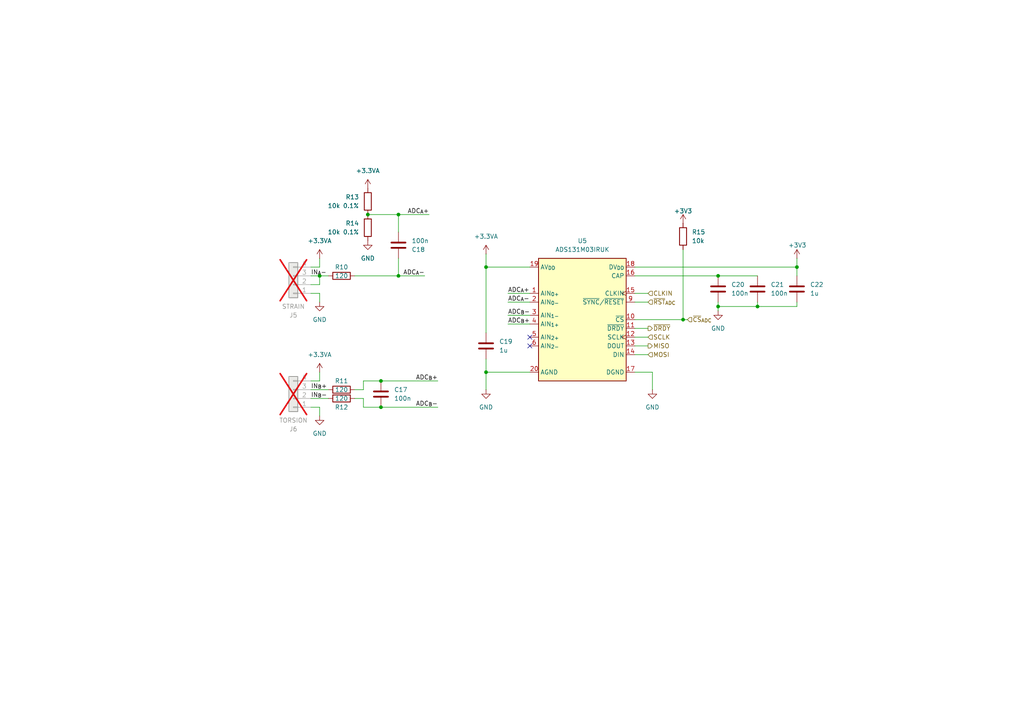
<source format=kicad_sch>
(kicad_sch (version 20250114) (generator "eeschema") (generator_version "9.0")
  (paper "A4")
  (title_block (title "Strain Gauge Measuring System") (date "2025-08-14") (rev "1.0") (company "Savo Bajic"))
  (lib_symbols
    (symbol "Connector_Generic:Conn_01x04" (pin_names (offset 1.016) (hide yes))
      (property "Reference" "J" (at 0 5.08 0))
      (property "Value" "Conn_01x04" (at 0 -7.62 0))
      (symbol "Conn_01x04_1_1"
        (rectangle (start -1.27 3.81) (end 1.27 -6.35) (stroke (width 0.254)) (fill (type background)))
        (rectangle (start -1.27 2.667) (end 0 2.413) (stroke (width 0.1524)))
        (rectangle (start -1.27 0.127) (end 0 -0.127) (stroke (width 0.1524)))
        (rectangle (start -1.27 -2.413) (end 0 -2.667) (stroke (width 0.1524)))
        (rectangle (start -1.27 -4.953) (end 0 -5.207) (stroke (width 0.1524)))
        (pin passive line (at -5.08 2.54 0) (length 3.81) (name "Pin_1") (number "1"))
        (pin passive line (at -5.08 0 0) (length 3.81) (name "Pin_2") (number "2"))
        (pin passive line (at -5.08 -2.54 0) (length 3.81) (name "Pin_3") (number "3"))
        (pin passive line (at -5.08 -5.08 0) (length 3.81) (name "Pin_4") (number "4"))
      )
    )
    (symbol "Device:C" (pin_numbers (hide yes)) (pin_names (offset 0.254))
      (property "Reference" "C" (at 0.635 2.54 0))
      (property "Value" "C" (at 0.635 -2.54 0))
      (symbol "C_0_1"
        (polyline (pts (xy -2.032 0.762) (xy 2.032 0.762)) (stroke (width 0.508)))
        (polyline (pts (xy -2.032 -0.762) (xy 2.032 -0.762)) (stroke (width 0.508)))
      )
      (symbol "C_1_1"
        (pin passive line (at 0 3.81 270) (length 2.794) (name "~") (number "1"))
        (pin passive line (at 0 -3.81 90) (length 2.794) (name "~") (number "2"))
      )
    )
    (symbol "Device:R" (pin_numbers (hide yes)) (pin_names (offset 0))
      (property "Reference" "R" (at 2.032 0 90))
      (property "Value" "R" (at 0 0 90))
      (symbol "R_0_1"
        (rectangle (start -1.016 -2.54) (end 1.016 2.54) (stroke (width 0.254)))
      )
      (symbol "R_1_1"
        (pin passive line (at 0 3.81 270) (length 1.27) (name "~") (number "1"))
        (pin passive line (at 0 -3.81 90) (length 1.27) (name "~") (number "2"))
      )
    )
    (symbol "power:+3.3VA" (power) (pin_numbers (hide yes)) (pin_names (offset 0) (hide yes))
      (property "Value" "+3.3VA" (at 0 3.556 0))
      (symbol "+3.3VA_0_1"
        (polyline (pts (xy -0.762 1.27) (xy 0 2.54)))
        (polyline (pts (xy 0 2.54) (xy 0.762 1.27)))
        (polyline (pts (xy 0 0) (xy 0 2.54)))
      )
      (symbol "+3.3VA_1_1"
        (pin power_in line (at 0 0 90) (length 0) (name "~") (number "1"))
      )
    )
    (symbol "power:+3V3" (power) (pin_numbers (hide yes)) (pin_names (offset 0) (hide yes))
      (property "Value" "+3V3" (at 0 3.556 0))
      (symbol "+3V3_0_1"
        (polyline (pts (xy -0.762 1.27) (xy 0 2.54)))
        (polyline (pts (xy 0 2.54) (xy 0.762 1.27)))
        (polyline (pts (xy 0 0) (xy 0 2.54)))
      )
      (symbol "+3V3_1_1"
        (pin power_in line (at 0 0 90) (length 0) (name "~") (number "1"))
      )
    )
    (symbol "power:GND" (power) (pin_numbers (hide yes)) (pin_names (offset 0) (hide yes))
      (property "Value" "GND" (at 0 -3.81 0))
      (symbol "GND_0_1"
        (polyline (pts (xy 0 0) (xy 0 -1.27) (xy 1.27 -1.27) (xy 0 -2.54) (xy -1.27 -1.27) (xy 0 -1.27)))
      )
      (symbol "GND_1_1"
        (pin power_in line (at 0 0 270) (length 0) (name "~") (number "1"))
      )
    )
    (symbol "wing_module:ADS131M03IRUK"
      (property "Reference" "U" (at 0 21.59 0))
      (property "Value" "ADS131M03IRUK" (at 0 19.05 0))
      (symbol "ADS131M03IRUK_1_1"
        (rectangle (start -12.7 17.78) (end 12.7 -17.78) (stroke (width 0.25)) (fill (type background)))
        (pin power_in line (at -15.24 15.24 0) (length 2.54) (name "AV_{DD}") (number "19"))
        (pin input line (at -15.24 7.62 0) (length 2.54) (name "AIN_{0+}") (number "1"))
        (pin input line (at -15.24 5.08 0) (length 2.54) (name "AIN_{0-}") (number "2"))
        (pin input line (at -15.24 1.27 0) (length 2.54) (name "AIN_{1-}") (number "3"))
        (pin input line (at -15.24 -1.27 0) (length 2.54) (name "AIN_{1+}") (number "4"))
        (pin input line (at -15.24 -5.08 0) (length 2.54) (name "AIN_{2+}") (number "5"))
        (pin input line (at -15.24 -7.62 0) (length 2.54) (name "AIN_{2-}") (number "6"))
        (pin power_in line (at -15.24 -15.24 0) (length 2.54) (name "AGND") (number "20"))
        (pin power_in line (at -15.24 -15.24 0) (length 2.54) (hide yes) (name "AGND") (number "21"))
        (pin no_connect line (at 0 3.81 90) (length 2.54) (hide yes) (name "NC") (number "7"))
        (pin no_connect line (at 0 0 90) (length 2.54) (hide yes) (name "NC") (number "8"))
        (pin power_in line (at 15.24 15.24 180) (length 2.54) (name "DV_{DD}") (number "18"))
        (pin power_out line (at 15.24 12.7 180) (length 2.54) (name "CAP") (number "16"))
        (pin input clock (at 15.24 7.62 180) (length 2.54) (name "CLKIN") (number "15"))
        (pin input line (at 15.24 5.08 180) (length 2.54) (name "~{SYNC}/~{RESET}") (number "9"))
        (pin input line (at 15.24 0 180) (length 2.54) (name "~{CS}") (number "10"))
        (pin output line (at 15.24 -2.54 180) (length 2.54) (name "~{DRDY}") (number "11"))
        (pin input clock (at 15.24 -5.08 180) (length 2.54) (name "SCLK") (number "12"))
        (pin output line (at 15.24 -7.62 180) (length 2.54) (name "DOUT") (number "13"))
        (pin input line (at 15.24 -10.16 180) (length 2.54) (name "DIN") (number "14"))
        (pin power_in line (at 15.24 -15.24 180) (length 2.54) (name "DGND") (number "17"))
      )
    )
  )
  (junction (at 219.71 88.9))
  (junction (at 115.57 80.01))
  (junction (at 92.71 80.01))
  (junction (at 110.49 110.49))
  (junction (at 140.97 77.47))
  (junction (at 231.14 77.47))
  (junction (at 106.68 62.23))
  (junction (at 115.57 62.23))
  (junction (at 140.97 107.95))
  (junction (at 208.28 88.9))
  (junction (at 198.12 92.71))
  (junction (at 110.49 118.11))
  (junction (at 208.28 80.01))
  (no_connect (at 153.67 100.33))
  (no_connect (at 153.67 97.79))
  (wire (pts (xy 140.97 96.52) (xy 140.97 77.47)))
  (wire (pts (xy 92.71 74.93) (xy 92.71 77.47)))
  (wire (pts (xy 147.32 93.98) (xy 153.67 93.98)))
  (wire (pts (xy 115.57 74.93) (xy 115.57 80.01)))
  (wire (pts (xy 147.32 87.63) (xy 153.67 87.63)))
  (wire (pts (xy 199.39 92.71) (xy 198.12 92.71)))
  (wire (pts (xy 106.68 62.23) (xy 115.57 62.23)))
  (wire (pts (xy 90.17 85.09) (xy 92.71 85.09)))
  (wire (pts (xy 92.71 110.49) (xy 92.71 107.95)))
  (wire (pts (xy 92.71 80.01) (xy 95.25 80.01)))
  (wire (pts (xy 140.97 107.95) (xy 153.67 107.95)))
  (wire (pts (xy 105.41 110.49) (xy 110.49 110.49)))
  (wire (pts (xy 90.17 82.55) (xy 92.71 82.55)))
  (wire (pts (xy 140.97 73.66) (xy 140.97 77.47)))
  (wire (pts (xy 92.71 77.47) (xy 90.17 77.47)))
  (wire (pts (xy 110.49 118.11) (xy 127 118.11)))
  (wire (pts (xy 184.15 107.95) (xy 189.23 107.95)))
  (wire (pts (xy 208.28 87.63) (xy 208.28 88.9)))
  (wire (pts (xy 105.41 118.11) (xy 110.49 118.11)))
  (wire (pts (xy 115.57 80.01) (xy 123.19 80.01)))
  (wire (pts (xy 92.71 118.11) (xy 92.71 120.65)))
  (wire (pts (xy 90.17 110.49) (xy 92.71 110.49)))
  (wire (pts (xy 208.28 88.9) (xy 208.28 90.17)))
  (wire (pts (xy 187.96 87.63) (xy 184.15 87.63)))
  (wire (pts (xy 189.23 107.95) (xy 189.23 113.03)))
  (wire (pts (xy 208.28 80.01) (xy 219.71 80.01)))
  (wire (pts (xy 124.46 62.23) (xy 115.57 62.23)))
  (wire (pts (xy 231.14 88.9) (xy 219.71 88.9)))
  (wire (pts (xy 102.87 115.57) (xy 105.41 115.57)))
  (wire (pts (xy 140.97 107.95) (xy 140.97 113.03)))
  (wire (pts (xy 187.96 102.87) (xy 184.15 102.87)))
  (wire (pts (xy 105.41 115.57) (xy 105.41 118.11)))
  (wire (pts (xy 102.87 80.01) (xy 115.57 80.01)))
  (wire (pts (xy 219.71 87.63) (xy 219.71 88.9)))
  (wire (pts (xy 231.14 74.93) (xy 231.14 77.47)))
  (wire (pts (xy 187.96 100.33) (xy 184.15 100.33)))
  (wire (pts (xy 147.32 91.44) (xy 153.67 91.44)))
  (wire (pts (xy 187.96 85.09) (xy 184.15 85.09)))
  (wire (pts (xy 90.17 118.11) (xy 92.71 118.11)))
  (wire (pts (xy 184.15 77.47) (xy 231.14 77.47)))
  (wire (pts (xy 147.32 85.09) (xy 153.67 85.09)))
  (wire (pts (xy 90.17 113.03) (xy 95.25 113.03)))
  (wire (pts (xy 105.41 113.03) (xy 105.41 110.49)))
  (wire (pts (xy 231.14 87.63) (xy 231.14 88.9)))
  (wire (pts (xy 102.87 113.03) (xy 105.41 113.03)))
  (wire (pts (xy 90.17 80.01) (xy 92.71 80.01)))
  (wire (pts (xy 198.12 72.39) (xy 198.12 92.71)))
  (wire (pts (xy 184.15 92.71) (xy 198.12 92.71)))
  (wire (pts (xy 231.14 77.47) (xy 231.14 80.01)))
  (wire (pts (xy 110.49 110.49) (xy 127 110.49)))
  (wire (pts (xy 115.57 67.31) (xy 115.57 62.23)))
  (wire (pts (xy 90.17 115.57) (xy 95.25 115.57)))
  (wire (pts (xy 208.28 88.9) (xy 219.71 88.9)))
  (wire (pts (xy 140.97 104.14) (xy 140.97 107.95)))
  (wire (pts (xy 184.15 80.01) (xy 208.28 80.01)))
  (wire (pts (xy 140.97 77.47) (xy 153.67 77.47)))
  (wire (pts (xy 187.96 97.79) (xy 184.15 97.79)))
  (wire (pts (xy 187.96 95.25) (xy 184.15 95.25)))
  (wire (pts (xy 92.71 82.55) (xy 92.71 80.01)))
  (wire (pts (xy 92.71 85.09) (xy 92.71 87.63)))
  (label "ADC_{B}+" (at 127 110.49 180))
  (label "ADC_{A}+" (at 147.32 85.09 0))
  (label "ADC_{B}-" (at 147.32 91.44 0))
  (label "ADC_{B}+" (at 147.32 93.98 0))
  (label "ADC_{A}-" (at 123.19 80.01 180))
  (label "IN_{A}-" (at 90.17 80.01 0))
  (label "IN_{B}+" (at 90.17 113.03 0))
  (label "IN_{B}-" (at 90.17 115.57 0))
  (label "ADC_{A}-" (at 147.32 87.63 0))
  (label "ADC_{A}+" (at 124.46 62.23 180))
  (label "ADC_{B}-" (at 127 118.11 180))
  (hierarchical_label "SCLK" (shape input) (at 187.96 97.79 0))
  (hierarchical_label "~{CS}_{ADC}" (shape input) (at 199.39 92.71 0))
  (hierarchical_label "~{DRDY}" (shape output) (at 187.96 95.25 0))
  (hierarchical_label "CLKIN" (shape input) (at 187.96 85.09 0))
  (hierarchical_label "~{RST}_{ADC}" (shape input) (at 187.96 87.63 0))
  (hierarchical_label "MISO" (shape output) (at 187.96 100.33 0))
  (hierarchical_label "MOSI" (shape input) (at 187.96 102.87 0))
  (symbol (lib_id "Device:C") (at 110.49 114.3 0) (unit 1)
    (property "Reference" "C17" (at 114.3 113.0299 0) (effects (justify left)))
    (property "Value" "100n" (at 114.3 115.5699 0) (effects (justify left)))
    (property "Footprint" "Capacitor_SMD:C_0402_1005Metric" (effects (hide yes)))
    (property "Description" "Unpolarized capacitor" (effects (hide yes)))
    (property "LCSC" "C5448875" (effects (hide yes)))
  )
  (symbol (lib_id "Device:R") (at 106.68 58.42 0) (mirror y) (unit 1)
    (property "Reference" "R13" (at 104.14 57.1499 0) (effects (justify left)))
    (property "Value" "10k 0.1%" (at 104.14 59.6899 0) (effects (justify left)))
    (property "Footprint" "Resistor_SMD:R_0402_1005Metric" (effects (hide yes)))
    (property "Description" "Resistor" (effects (hide yes)))
    (property "LCSC" "C191915" (effects (hide yes)))
  )
  (symbol (lib_id "power:+3.3VA") (at 106.68 54.61 0) (mirror y) (unit 1)
    (property "Reference" "#PWR038" (effects (hide yes)))
    (property "Value" "+3.3VA" (at 106.68 49.53 0))
    (property "Description" "Power symbol creates a global label with name \"+3.3VA\"" (effects (hide yes)))
  )
  (symbol (lib_id "Device:R") (at 106.68 66.04 0) (mirror y) (unit 1)
    (property "Reference" "R14" (at 104.14 64.7699 0) (effects (justify left)))
    (property "Value" "10k 0.1%" (at 104.14 67.3099 0) (effects (justify left)))
    (property "Footprint" "Resistor_SMD:R_0402_1005Metric" (effects (hide yes)))
    (property "Description" "Resistor" (effects (hide yes)))
    (property "LCSC" "C191915" (effects (hide yes)))
  )
  (symbol (lib_id "power:+3.3VA") (at 140.97 73.66 0) (unit 1)
    (property "Reference" "#PWR040" (effects (hide yes)))
    (property "Value" "+3.3VA" (at 140.97 68.58 0))
    (property "Description" "Power symbol creates a global label with name \"+3.3VA\"" (effects (hide yes)))
  )
  (symbol (lib_id "Device:R") (at 198.12 68.58 0) (unit 1)
    (property "Reference" "R15" (at 200.66 67.3099 0) (effects (justify left)))
    (property "Value" "10k" (at 200.66 69.8499 0) (effects (justify left)))
    (property "Footprint" "Resistor_SMD:R_0402_1005Metric" (effects (hide yes)))
    (property "Description" "Resistor" (effects (hide yes)))
    (property "LCSC" "C723353" (effects (hide yes)))
  )
  (symbol (lib_id "Device:R") (at 99.06 80.01 90) (unit 1)
    (property "Reference" "R10" (at 99.06 77.47 90))
    (property "Value" "120" (at 99.06 80.01 90))
    (property "Footprint" "Resistor_SMD:R_0402_1005Metric" (effects (hide yes)))
    (property "Description" "Resistor" (effects (hide yes)))
    (property "LCSC" "C25079" (effects (hide yes)))
  )
  (symbol (lib_id "Device:R") (at 99.06 113.03 90) (unit 1)
    (property "Reference" "R11" (at 99.06 110.49 90))
    (property "Value" "120" (at 99.06 113.03 90))
    (property "Footprint" "Resistor_SMD:R_0402_1005Metric" (effects (hide yes)))
    (property "Description" "Resistor" (effects (hide yes)))
    (property "LCSC" "C25079" (effects (hide yes)))
  )
  (symbol (lib_id "power:+3V3") (at 198.12 64.77 0) (mirror y) (unit 1)
    (property "Reference" "#PWR043" (effects (hide yes)))
    (property "Value" "+3V3" (at 198.12 61.214 0))
    (property "Description" "Power symbol creates a global label with name \"+3V3\"" (effects (hide yes)))
  )
  (symbol (lib_id "power:GND") (at 189.23 113.03 0) (unit 1)
    (property "Reference" "#PWR042" (effects (hide yes)))
    (property "Value" "GND" (at 189.23 118.11 0))
    (property "Description" "Power symbol creates a global label with name \"GND\" , ground" (effects (hide yes)))
  )
  (symbol (lib_id "Connector_Generic:Conn_01x04") (at 85.09 82.55 180) (unit 1) (in_bom no) (dnp yes)
    (property "Reference" "J5" (at 85.09 91.44 0))
    (property "Value" "STRAIN" (at 85.09 88.9 0))
    (property "Footprint" "Connector_PinHeader_2.00mm:PinHeader_1x04_P2.00mm_Vertical" (effects (hide yes)))
    (property "Description" "Generic connector, single row, 01x04, script generated (kicad-library-utils/schlib/autogen/connector/)" (effects (hide yes)))
    (property "LCSC" "N/A" (effects (hide yes)))
  )
  (symbol (lib_id "Connector_Generic:Conn_01x04") (at 85.09 115.57 180) (unit 1) (in_bom no) (dnp yes)
    (property "Reference" "J6" (at 85.09 124.46 0))
    (property "Value" "TORSION" (at 85.09 121.92 0))
    (property "Footprint" "Connector_PinHeader_2.00mm:PinHeader_1x04_P2.00mm_Vertical" (effects (hide yes)))
    (property "Description" "Generic connector, single row, 01x04, script generated (kicad-library-utils/schlib/autogen/connector/)" (effects (hide yes)))
    (property "LCSC" "N/A" (effects (hide yes)))
  )
  (symbol (lib_id "power:+3.3VA") (at 92.71 107.95 0) (unit 1)
    (property "Reference" "#PWR036" (effects (hide yes)))
    (property "Value" "+3.3VA" (at 92.71 102.87 0))
    (property "Description" "Power symbol creates a global label with name \"+3.3VA\"" (effects (hide yes)))
  )
  (symbol (lib_id "wing_module:ADS131M03IRUK") (at 168.91 92.71 0) (unit 1)
    (property "Reference" "U5" (at 168.91 69.85 0))
    (property "Value" "ADS131M03IRUK" (at 168.91 72.39 0))
    (property "Footprint" "Package_DFN_QFN:WQFN-20-1EP_3x3mm_P0.4mm_EP1.7x1.7mm" (effects (hide yes)))
    (property "Datasheet" "https://www.ti.com/lit/gpn/ads131m03" (effects (hide yes)))
    (property "Description" "Three-channel, 24-bit, 64-kSPS, simultaneous-sampling, delta-sigma ADC" (effects (hide yes)))
    (property "LCSC" "C5116472" (effects (hide yes)))
  )
  (symbol (lib_id "Device:C") (at 208.28 83.82 0) (unit 1)
    (property "Reference" "C20" (at 212.09 82.5499 0) (effects (justify left)))
    (property "Value" "100n" (at 212.09 85.0899 0) (effects (justify left)))
    (property "Footprint" "Capacitor_SMD:C_0402_1005Metric" (effects (hide yes)))
    (property "Description" "Unpolarized capacitor" (effects (hide yes)))
    (property "LCSC" "C5448875" (effects (hide yes)))
  )
  (symbol (lib_id "power:GND") (at 208.28 90.17 0) (unit 1)
    (property "Reference" "#PWR044" (effects (hide yes)))
    (property "Value" "GND" (at 208.28 95.25 0))
    (property "Description" "Power symbol creates a global label with name \"GND\" , ground" (effects (hide yes)))
  )
  (symbol (lib_id "power:+3.3VA") (at 92.71 74.93 0) (unit 1)
    (property "Reference" "#PWR034" (effects (hide yes)))
    (property "Value" "+3.3VA" (at 92.71 69.85 0))
    (property "Description" "Power symbol creates a global label with name \"+3.3VA\"" (effects (hide yes)))
  )
  (symbol (lib_id "power:+3V3") (at 231.14 74.93 0) (unit 1)
    (property "Reference" "#PWR045" (effects (hide yes)))
    (property "Value" "+3V3" (at 228.6 71.12 0) (effects (justify left)))
    (property "Description" "Power symbol creates a global label with name \"+3V3\"" (effects (hide yes)))
  )
  (symbol (lib_id "Device:C") (at 115.57 71.12 0) (mirror x) (unit 1)
    (property "Reference" "C18" (at 119.38 72.3901 0) (effects (justify left)))
    (property "Value" "100n" (at 119.38 69.8501 0) (effects (justify left)))
    (property "Footprint" "Capacitor_SMD:C_0402_1005Metric" (effects (hide yes)))
    (property "Description" "Unpolarized capacitor" (effects (hide yes)))
    (property "LCSC" "C5448875" (effects (hide yes)))
  )
  (symbol (lib_id "Device:C") (at 231.14 83.82 0) (unit 1)
    (property "Reference" "C22" (at 234.95 82.5499 0) (effects (justify left)))
    (property "Value" "1u" (at 234.95 85.0899 0) (effects (justify left)))
    (property "Footprint" "Capacitor_SMD:C_0402_1005Metric" (effects (hide yes)))
    (property "Description" "Unpolarized capacitor" (effects (hide yes)))
    (property "LCSC" "C52923" (effects (hide yes)))
  )
  (symbol (lib_id "Device:C") (at 140.97 100.33 0) (unit 1)
    (property "Reference" "C19" (at 144.78 99.0599 0) (effects (justify left)))
    (property "Value" "1u" (at 144.78 101.5999 0) (effects (justify left)))
    (property "Footprint" "Capacitor_SMD:C_0402_1005Metric" (effects (hide yes)))
    (property "Description" "Unpolarized capacitor" (effects (hide yes)))
    (property "LCSC" "C52923" (effects (hide yes)))
  )
  (symbol (lib_id "Device:R") (at 99.06 115.57 90) (mirror x) (unit 1)
    (property "Reference" "R12" (at 99.06 118.11 90))
    (property "Value" "120" (at 99.06 115.57 90))
    (property "Footprint" "Resistor_SMD:R_0402_1005Metric" (effects (hide yes)))
    (property "Description" "Resistor" (effects (hide yes)))
    (property "LCSC" "C25079" (effects (hide yes)))
  )
  (symbol (lib_id "Device:C") (at 219.71 83.82 0) (unit 1)
    (property "Reference" "C21" (at 223.52 82.5499 0) (effects (justify left)))
    (property "Value" "100n" (at 223.52 85.0899 0) (effects (justify left)))
    (property "Footprint" "Capacitor_SMD:C_0402_1005Metric" (effects (hide yes)))
    (property "Description" "Unpolarized capacitor" (effects (hide yes)))
    (property "LCSC" "C5448875" (effects (hide yes)))
  )
  (symbol (lib_id "power:GND") (at 92.71 120.65 0) (unit 1)
    (property "Reference" "#PWR037" (effects (hide yes)))
    (property "Value" "GND" (at 92.71 125.73 0))
    (property "Description" "Power symbol creates a global label with name \"GND\" , ground" (effects (hide yes)))
  )
  (symbol (lib_id "power:GND") (at 92.71 87.63 0) (unit 1)
    (property "Reference" "#PWR035" (effects (hide yes)))
    (property "Value" "GND" (at 92.71 92.71 0))
    (property "Description" "Power symbol creates a global label with name \"GND\" , ground" (effects (hide yes)))
  )
  (symbol (lib_id "power:GND") (at 140.97 113.03 0) (unit 1)
    (property "Reference" "#PWR041" (effects (hide yes)))
    (property "Value" "GND" (at 140.97 118.11 0))
    (property "Description" "Power symbol creates a global label with name \"GND\" , ground" (effects (hide yes)))
  )
  (symbol (lib_id "power:GND") (at 106.68 69.85 0) (mirror y) (unit 1)
    (property "Reference" "#PWR039" (effects (hide yes)))
    (property "Value" "GND" (at 106.68 74.93 0))
    (property "Description" "Power symbol creates a global label with name \"GND\" , ground" (effects (hide yes)))
  )
)
</source>
